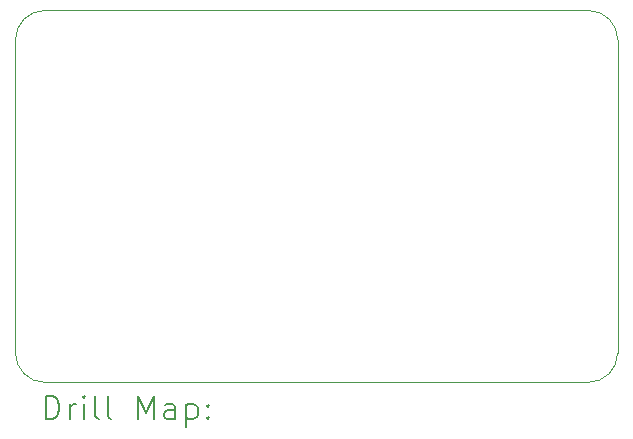
<source format=gbr>
%TF.GenerationSoftware,KiCad,Pcbnew,8.0.6*%
%TF.CreationDate,2025-01-26T18:33:55-05:00*%
%TF.ProjectId,Mic_Board_Unidirectional,4d69635f-426f-4617-9264-5f556e696469,rev?*%
%TF.SameCoordinates,Original*%
%TF.FileFunction,Drillmap*%
%TF.FilePolarity,Positive*%
%FSLAX45Y45*%
G04 Gerber Fmt 4.5, Leading zero omitted, Abs format (unit mm)*
G04 Created by KiCad (PCBNEW 8.0.6) date 2025-01-26 18:33:55*
%MOMM*%
%LPD*%
G01*
G04 APERTURE LIST*
%ADD10C,0.050000*%
%ADD11C,0.200000*%
G04 APERTURE END LIST*
D10*
X17923050Y-9490000D02*
X17923050Y-6840000D01*
X17923050Y-9490000D02*
G75*
G02*
X17673050Y-9740000I-250000J0D01*
G01*
X13073050Y-9740000D02*
X17673050Y-9740000D01*
X13073050Y-9740000D02*
G75*
G02*
X12823050Y-9490000I0J250000D01*
G01*
X17673050Y-6590000D02*
G75*
G02*
X17923050Y-6840000I0J-250000D01*
G01*
X12823050Y-6840000D02*
G75*
G02*
X13073050Y-6590000I250000J0D01*
G01*
X17673050Y-6590000D02*
X13073050Y-6590000D01*
X12823050Y-6840000D02*
X12823050Y-9490000D01*
D11*
X13081327Y-10053984D02*
X13081327Y-9853984D01*
X13081327Y-9853984D02*
X13128946Y-9853984D01*
X13128946Y-9853984D02*
X13157517Y-9863508D01*
X13157517Y-9863508D02*
X13176565Y-9882555D01*
X13176565Y-9882555D02*
X13186089Y-9901603D01*
X13186089Y-9901603D02*
X13195612Y-9939698D01*
X13195612Y-9939698D02*
X13195612Y-9968270D01*
X13195612Y-9968270D02*
X13186089Y-10006365D01*
X13186089Y-10006365D02*
X13176565Y-10025413D01*
X13176565Y-10025413D02*
X13157517Y-10044460D01*
X13157517Y-10044460D02*
X13128946Y-10053984D01*
X13128946Y-10053984D02*
X13081327Y-10053984D01*
X13281327Y-10053984D02*
X13281327Y-9920651D01*
X13281327Y-9958746D02*
X13290851Y-9939698D01*
X13290851Y-9939698D02*
X13300374Y-9930174D01*
X13300374Y-9930174D02*
X13319422Y-9920651D01*
X13319422Y-9920651D02*
X13338470Y-9920651D01*
X13405136Y-10053984D02*
X13405136Y-9920651D01*
X13405136Y-9853984D02*
X13395612Y-9863508D01*
X13395612Y-9863508D02*
X13405136Y-9873032D01*
X13405136Y-9873032D02*
X13414660Y-9863508D01*
X13414660Y-9863508D02*
X13405136Y-9853984D01*
X13405136Y-9853984D02*
X13405136Y-9873032D01*
X13528946Y-10053984D02*
X13509898Y-10044460D01*
X13509898Y-10044460D02*
X13500374Y-10025413D01*
X13500374Y-10025413D02*
X13500374Y-9853984D01*
X13633708Y-10053984D02*
X13614660Y-10044460D01*
X13614660Y-10044460D02*
X13605136Y-10025413D01*
X13605136Y-10025413D02*
X13605136Y-9853984D01*
X13862279Y-10053984D02*
X13862279Y-9853984D01*
X13862279Y-9853984D02*
X13928946Y-9996841D01*
X13928946Y-9996841D02*
X13995612Y-9853984D01*
X13995612Y-9853984D02*
X13995612Y-10053984D01*
X14176565Y-10053984D02*
X14176565Y-9949222D01*
X14176565Y-9949222D02*
X14167041Y-9930174D01*
X14167041Y-9930174D02*
X14147993Y-9920651D01*
X14147993Y-9920651D02*
X14109898Y-9920651D01*
X14109898Y-9920651D02*
X14090851Y-9930174D01*
X14176565Y-10044460D02*
X14157517Y-10053984D01*
X14157517Y-10053984D02*
X14109898Y-10053984D01*
X14109898Y-10053984D02*
X14090851Y-10044460D01*
X14090851Y-10044460D02*
X14081327Y-10025413D01*
X14081327Y-10025413D02*
X14081327Y-10006365D01*
X14081327Y-10006365D02*
X14090851Y-9987317D01*
X14090851Y-9987317D02*
X14109898Y-9977794D01*
X14109898Y-9977794D02*
X14157517Y-9977794D01*
X14157517Y-9977794D02*
X14176565Y-9968270D01*
X14271803Y-9920651D02*
X14271803Y-10120651D01*
X14271803Y-9930174D02*
X14290851Y-9920651D01*
X14290851Y-9920651D02*
X14328946Y-9920651D01*
X14328946Y-9920651D02*
X14347993Y-9930174D01*
X14347993Y-9930174D02*
X14357517Y-9939698D01*
X14357517Y-9939698D02*
X14367041Y-9958746D01*
X14367041Y-9958746D02*
X14367041Y-10015889D01*
X14367041Y-10015889D02*
X14357517Y-10034936D01*
X14357517Y-10034936D02*
X14347993Y-10044460D01*
X14347993Y-10044460D02*
X14328946Y-10053984D01*
X14328946Y-10053984D02*
X14290851Y-10053984D01*
X14290851Y-10053984D02*
X14271803Y-10044460D01*
X14452755Y-10034936D02*
X14462279Y-10044460D01*
X14462279Y-10044460D02*
X14452755Y-10053984D01*
X14452755Y-10053984D02*
X14443232Y-10044460D01*
X14443232Y-10044460D02*
X14452755Y-10034936D01*
X14452755Y-10034936D02*
X14452755Y-10053984D01*
X14452755Y-9930174D02*
X14462279Y-9939698D01*
X14462279Y-9939698D02*
X14452755Y-9949222D01*
X14452755Y-9949222D02*
X14443232Y-9939698D01*
X14443232Y-9939698D02*
X14452755Y-9930174D01*
X14452755Y-9930174D02*
X14452755Y-9949222D01*
M02*

</source>
